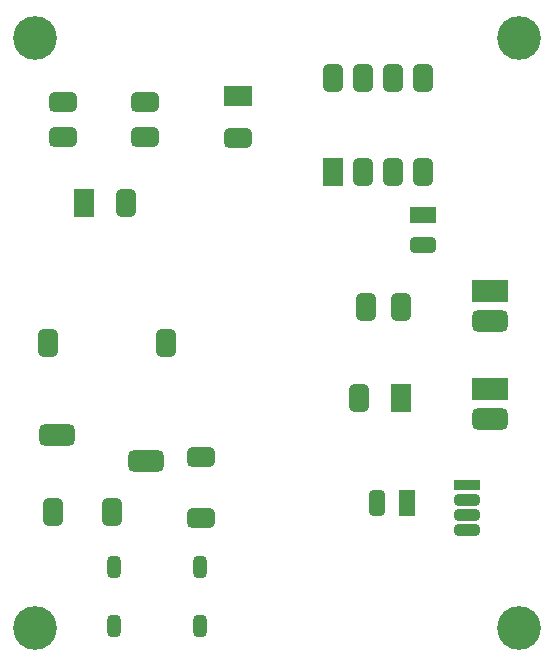
<source format=gts>
G04*
G04 #@! TF.GenerationSoftware,Altium Limited,Altium Designer,18.1.7 (191)*
G04*
G04 Layer_Color=8388736*
%FSLAX25Y25*%
%MOIN*%
G70*
G01*
G75*
G04:AMPARAMS|DCode=14|XSize=72.96mil|YSize=43.43mil|CornerRadius=12.86mil|HoleSize=0mil|Usage=FLASHONLY|Rotation=90.000|XOffset=0mil|YOffset=0mil|HoleType=Round|Shape=RoundedRectangle|*
%AMROUNDEDRECTD14*
21,1,0.07296,0.01772,0,0,90.0*
21,1,0.04724,0.04343,0,0,90.0*
1,1,0.02572,0.00886,0.02362*
1,1,0.02572,0.00886,-0.02362*
1,1,0.02572,-0.00886,-0.02362*
1,1,0.02572,-0.00886,0.02362*
%
%ADD14ROUNDEDRECTD14*%
%ADD15R,0.06706X0.09461*%
G04:AMPARAMS|DCode=16|XSize=67.06mil|YSize=94.61mil|CornerRadius=18.76mil|HoleSize=0mil|Usage=FLASHONLY|Rotation=0.000|XOffset=0mil|YOffset=0mil|HoleType=Round|Shape=RoundedRectangle|*
%AMROUNDEDRECTD16*
21,1,0.06706,0.05709,0,0,0.0*
21,1,0.02953,0.09461,0,0,0.0*
1,1,0.03753,0.01476,-0.02854*
1,1,0.03753,-0.01476,-0.02854*
1,1,0.03753,-0.01476,0.02854*
1,1,0.03753,0.01476,0.02854*
%
%ADD16ROUNDEDRECTD16*%
%ADD17R,0.05524X0.08674*%
G04:AMPARAMS|DCode=18|XSize=55.24mil|YSize=86.74mil|CornerRadius=15.81mil|HoleSize=0mil|Usage=FLASHONLY|Rotation=180.000|XOffset=0mil|YOffset=0mil|HoleType=Round|Shape=RoundedRectangle|*
%AMROUNDEDRECTD18*
21,1,0.05524,0.05512,0,0,180.0*
21,1,0.02362,0.08674,0,0,180.0*
1,1,0.03162,-0.01181,0.02756*
1,1,0.03162,0.01181,0.02756*
1,1,0.03162,0.01181,-0.02756*
1,1,0.03162,-0.01181,-0.02756*
%
%ADD18ROUNDEDRECTD18*%
%ADD19R,0.09461X0.06706*%
G04:AMPARAMS|DCode=20|XSize=67.06mil|YSize=94.61mil|CornerRadius=18.76mil|HoleSize=0mil|Usage=FLASHONLY|Rotation=270.000|XOffset=0mil|YOffset=0mil|HoleType=Round|Shape=RoundedRectangle|*
%AMROUNDEDRECTD20*
21,1,0.06706,0.05709,0,0,270.0*
21,1,0.02953,0.09461,0,0,270.0*
1,1,0.03753,-0.02854,-0.01476*
1,1,0.03753,-0.02854,0.01476*
1,1,0.03753,0.02854,0.01476*
1,1,0.03753,0.02854,-0.01476*
%
%ADD20ROUNDEDRECTD20*%
%ADD21R,0.08674X0.05524*%
G04:AMPARAMS|DCode=22|XSize=55.24mil|YSize=86.74mil|CornerRadius=15.81mil|HoleSize=0mil|Usage=FLASHONLY|Rotation=90.000|XOffset=0mil|YOffset=0mil|HoleType=Round|Shape=RoundedRectangle|*
%AMROUNDEDRECTD22*
21,1,0.05524,0.05512,0,0,90.0*
21,1,0.02362,0.08674,0,0,90.0*
1,1,0.03162,0.02756,0.01181*
1,1,0.03162,0.02756,-0.01181*
1,1,0.03162,-0.02756,-0.01181*
1,1,0.03162,-0.02756,0.01181*
%
%ADD22ROUNDEDRECTD22*%
G04:AMPARAMS|DCode=23|XSize=120.2mil|YSize=72.96mil|CornerRadius=20.24mil|HoleSize=0mil|Usage=FLASHONLY|Rotation=180.000|XOffset=0mil|YOffset=0mil|HoleType=Round|Shape=RoundedRectangle|*
%AMROUNDEDRECTD23*
21,1,0.12020,0.03248,0,0,180.0*
21,1,0.07972,0.07296,0,0,180.0*
1,1,0.04048,-0.03986,0.01624*
1,1,0.04048,0.03986,0.01624*
1,1,0.04048,0.03986,-0.01624*
1,1,0.04048,-0.03986,-0.01624*
%
%ADD23ROUNDEDRECTD23*%
G04:AMPARAMS|DCode=24|XSize=37.53mil|YSize=86.74mil|CornerRadius=11.38mil|HoleSize=0mil|Usage=FLASHONLY|Rotation=90.000|XOffset=0mil|YOffset=0mil|HoleType=Round|Shape=RoundedRectangle|*
%AMROUNDEDRECTD24*
21,1,0.03753,0.06398,0,0,90.0*
21,1,0.01476,0.08674,0,0,90.0*
1,1,0.02276,0.03199,0.00738*
1,1,0.02276,0.03199,-0.00738*
1,1,0.02276,-0.03199,-0.00738*
1,1,0.02276,-0.03199,0.00738*
%
%ADD24ROUNDEDRECTD24*%
%ADD25R,0.08674X0.03753*%
%ADD26R,0.12020X0.07296*%
G04:AMPARAMS|DCode=27|XSize=72.96mil|YSize=120.2mil|CornerRadius=20.24mil|HoleSize=0mil|Usage=FLASHONLY|Rotation=90.000|XOffset=0mil|YOffset=0mil|HoleType=Round|Shape=RoundedRectangle|*
%AMROUNDEDRECTD27*
21,1,0.07296,0.07972,0,0,90.0*
21,1,0.03248,0.12020,0,0,90.0*
1,1,0.04048,0.03986,0.01624*
1,1,0.04048,0.03986,-0.01624*
1,1,0.04048,-0.03986,-0.01624*
1,1,0.04048,-0.03986,0.01624*
%
%ADD27ROUNDEDRECTD27*%
%ADD28C,0.14580*%
D14*
X68713Y14658D02*
D03*
Y34343D02*
D03*
X40000Y14658D02*
D03*
Y34343D02*
D03*
D15*
X113000Y165949D02*
D03*
X135819Y90500D02*
D03*
X30000Y155500D02*
D03*
D16*
X123000Y165949D02*
D03*
X133000D02*
D03*
X143000D02*
D03*
Y197051D02*
D03*
X133000D02*
D03*
X123000D02*
D03*
X113000D02*
D03*
X121819Y90500D02*
D03*
X124094Y121000D02*
D03*
X135906D02*
D03*
X57528Y109000D02*
D03*
X18157D02*
D03*
X44000Y155500D02*
D03*
X39343Y52500D02*
D03*
X19657D02*
D03*
D17*
X137721Y55500D02*
D03*
D18*
X127878D02*
D03*
D19*
X81500Y191349D02*
D03*
D20*
Y177349D02*
D03*
X50500Y177500D02*
D03*
Y189311D02*
D03*
X23000Y177500D02*
D03*
Y189311D02*
D03*
X69000Y50393D02*
D03*
Y70866D02*
D03*
D21*
X143000Y151445D02*
D03*
D22*
Y141445D02*
D03*
D23*
X50764Y69669D02*
D03*
X21236Y78331D02*
D03*
D24*
X157645Y46618D02*
D03*
Y51539D02*
D03*
Y56461D02*
D03*
D25*
Y61382D02*
D03*
D26*
X165500Y93572D02*
D03*
Y126216D02*
D03*
D27*
Y83572D02*
D03*
Y116217D02*
D03*
D28*
X13780Y13780D02*
D03*
Y210630D02*
D03*
X175197Y13780D02*
D03*
Y210630D02*
D03*
M02*

</source>
